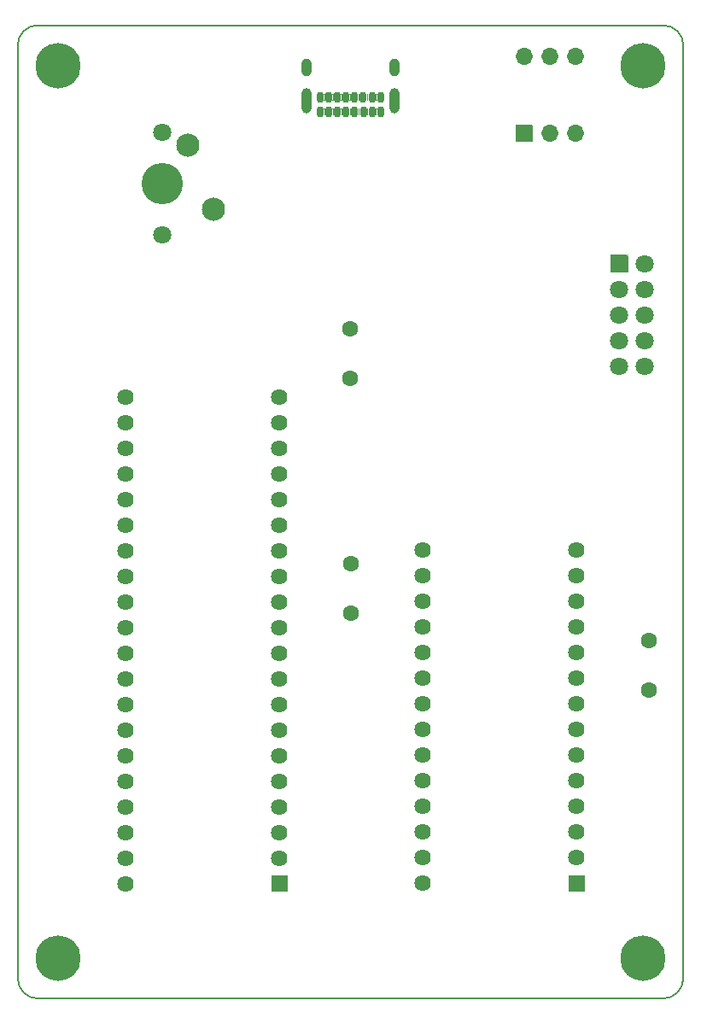
<source format=gbr>
%TF.GenerationSoftware,KiCad,Pcbnew,5.1.10-88a1d61d58~88~ubuntu21.04.1*%
%TF.CreationDate,2021-07-07T15:16:44+02:00*%
%TF.ProjectId,USBaspDualZif,55534261-7370-4447-9561-6c5a69662e6b,V1.0*%
%TF.SameCoordinates,Original*%
%TF.FileFunction,Soldermask,Bot*%
%TF.FilePolarity,Negative*%
%FSLAX46Y46*%
G04 Gerber Fmt 4.6, Leading zero omitted, Abs format (unit mm)*
G04 Created by KiCad (PCBNEW 5.1.10-88a1d61d58~88~ubuntu21.04.1) date 2021-07-07 15:16:44*
%MOMM*%
%LPD*%
G01*
G04 APERTURE LIST*
%TA.AperFunction,Profile*%
%ADD10C,0.200000*%
%TD*%
%ADD11O,0.752000X1.102000*%
%ADD12O,1.002000X2.502000*%
%ADD13O,1.002000X1.802000*%
%ADD14C,2.302000*%
%ADD15C,4.102000*%
%ADD16C,1.802000*%
%ADD17C,1.602000*%
%ADD18C,1.626000*%
%ADD19O,1.702000X1.702000*%
%ADD20C,4.502000*%
%ADD21C,0.150000*%
G04 APERTURE END LIST*
D10*
X48821500Y-58418500D02*
G75*
G03*
X46821500Y-60418500I0J-2000000D01*
G01*
X46821500Y-152917500D02*
G75*
G03*
X48821500Y-154917500I2000000J0D01*
G01*
X110823500Y-154916000D02*
G75*
G03*
X112823500Y-152916000I0J2000000D01*
G01*
X112823500Y-60420000D02*
G75*
G03*
X110823500Y-58420000I-2000000J0D01*
G01*
X46821500Y-152917500D02*
X46821500Y-60418500D01*
X110823500Y-154916000D02*
X48821500Y-154917500D01*
X112823500Y-60420000D02*
X112823500Y-152916000D01*
X48821500Y-58418500D02*
X110823500Y-58420000D01*
X48821500Y-58418500D02*
G75*
G03*
X46821500Y-60418500I0J-2000000D01*
G01*
X46821500Y-152917500D02*
G75*
G03*
X48821500Y-154917500I2000000J0D01*
G01*
X110823500Y-154916000D02*
G75*
G03*
X112823500Y-152916000I0J2000000D01*
G01*
X112823500Y-60420000D02*
G75*
G03*
X110823500Y-58420000I-2000000J0D01*
G01*
X46821500Y-152917500D02*
X46821500Y-60418500D01*
X110823500Y-154916000D02*
X48821500Y-154917500D01*
X112823500Y-60420000D02*
X112823500Y-152916000D01*
X48821500Y-58418500D02*
X110823500Y-58420000D01*
D11*
X81094500Y-66996500D03*
X82794500Y-66996500D03*
X81944500Y-66996500D03*
X80244500Y-66996500D03*
X79394500Y-66996500D03*
X78544500Y-66996500D03*
X77694500Y-66996500D03*
X76844500Y-66996500D03*
X82794500Y-65544500D03*
X81939500Y-65544500D03*
X81089500Y-65544500D03*
X80239500Y-65544500D03*
X79389500Y-65544500D03*
X78539500Y-65544500D03*
X77689500Y-65544500D03*
X76839500Y-65544500D03*
D12*
X84144500Y-65953000D03*
X75494500Y-65953000D03*
D13*
X84144500Y-62573000D03*
X75494500Y-62573000D03*
D14*
X66205100Y-76644500D03*
X63665100Y-70294500D03*
D15*
X61125100Y-74104500D03*
D16*
X61125100Y-69024500D03*
X61125100Y-79184500D03*
D17*
X109385100Y-124310800D03*
X109385100Y-119430800D03*
X79883000Y-116703500D03*
X79883000Y-111823500D03*
X79819500Y-93399000D03*
X79819500Y-88519000D03*
D18*
X86995000Y-143505000D03*
X86995000Y-140965000D03*
X86995000Y-138425000D03*
X86995000Y-135885000D03*
X86995000Y-133345000D03*
X86995000Y-130805000D03*
X86995000Y-128265000D03*
X86995000Y-125725000D03*
X86995000Y-123185000D03*
X86995000Y-120645000D03*
X86995000Y-118105000D03*
X86995000Y-115565000D03*
X86995000Y-113025000D03*
X86995000Y-110485000D03*
X102235000Y-110485000D03*
X102235000Y-113025000D03*
X102235000Y-115565000D03*
X102235000Y-118105000D03*
X102235000Y-120645000D03*
X102235000Y-123185000D03*
X102235000Y-125725000D03*
X102235000Y-128265000D03*
X102235000Y-130805000D03*
X102235000Y-133345000D03*
X102235000Y-135885000D03*
X102235000Y-138425000D03*
X102235000Y-140965000D03*
G36*
G01*
X102997000Y-144318000D02*
X101473000Y-144318000D01*
G75*
G02*
X101422000Y-144267000I0J51000D01*
G01*
X101422000Y-142743000D01*
G75*
G02*
X101473000Y-142692000I51000J0D01*
G01*
X102997000Y-142692000D01*
G75*
G02*
X103048000Y-142743000I0J-51000D01*
G01*
X103048000Y-144267000D01*
G75*
G02*
X102997000Y-144318000I-51000J0D01*
G01*
G37*
D16*
X109029500Y-92202000D03*
X109029500Y-89662000D03*
X109029500Y-87122000D03*
X109029500Y-84582000D03*
X109029500Y-82042000D03*
X106489500Y-92202000D03*
X106489500Y-89662000D03*
X106489500Y-87122000D03*
X106489500Y-84582000D03*
G36*
G01*
X105588500Y-82678000D02*
X105588500Y-81406000D01*
G75*
G02*
X105853500Y-81141000I265000J0D01*
G01*
X107125500Y-81141000D01*
G75*
G02*
X107390500Y-81406000I0J-265000D01*
G01*
X107390500Y-82678000D01*
G75*
G02*
X107125500Y-82943000I-265000J0D01*
G01*
X105853500Y-82943000D01*
G75*
G02*
X105588500Y-82678000I0J265000D01*
G01*
G37*
D19*
X97028000Y-61531500D03*
X102108000Y-69151500D03*
X99568000Y-61531500D03*
X99568000Y-69151500D03*
X102108000Y-61531500D03*
G36*
G01*
X97828000Y-70002500D02*
X96228000Y-70002500D01*
G75*
G02*
X96177000Y-69951500I0J51000D01*
G01*
X96177000Y-68351500D01*
G75*
G02*
X96228000Y-68300500I51000J0D01*
G01*
X97828000Y-68300500D01*
G75*
G02*
X97879000Y-68351500I0J-51000D01*
G01*
X97879000Y-69951500D01*
G75*
G02*
X97828000Y-70002500I-51000J0D01*
G01*
G37*
D20*
X108826000Y-150923500D03*
X50826000Y-150923500D03*
X108826000Y-62423500D03*
X50826000Y-62423500D03*
D18*
X57531000Y-143510000D03*
X57531000Y-140970000D03*
X57531000Y-138430000D03*
X57531000Y-135890000D03*
X57531000Y-133350000D03*
X57531000Y-130810000D03*
X57531000Y-128270000D03*
X57531000Y-125730000D03*
X57531000Y-123190000D03*
X57531000Y-120650000D03*
X57531000Y-118110000D03*
X57531000Y-115570000D03*
X57531000Y-113030000D03*
X57531000Y-110490000D03*
X57531000Y-107950000D03*
X57531000Y-105410000D03*
X57531000Y-102870000D03*
X57531000Y-100330000D03*
X57531000Y-97790000D03*
X57531000Y-95250000D03*
X72771000Y-95250000D03*
X72771000Y-97790000D03*
X72771000Y-100330000D03*
X72771000Y-102870000D03*
X72771000Y-105410000D03*
X72771000Y-107950000D03*
X72771000Y-110490000D03*
X72771000Y-113030000D03*
X72771000Y-115570000D03*
X72771000Y-118110000D03*
X72771000Y-120650000D03*
X72771000Y-123190000D03*
X72771000Y-125730000D03*
X72771000Y-128270000D03*
X72771000Y-130810000D03*
X72771000Y-133350000D03*
X72771000Y-135890000D03*
X72771000Y-138430000D03*
X72771000Y-140970000D03*
G36*
G01*
X73533000Y-144323000D02*
X72009000Y-144323000D01*
G75*
G02*
X71958000Y-144272000I0J51000D01*
G01*
X71958000Y-142748000D01*
G75*
G02*
X72009000Y-142697000I51000J0D01*
G01*
X73533000Y-142697000D01*
G75*
G02*
X73584000Y-142748000I0J-51000D01*
G01*
X73584000Y-144272000D01*
G75*
G02*
X73533000Y-144323000I-51000J0D01*
G01*
G37*
D21*
G36*
X107391665Y-82676374D02*
G01*
X107392500Y-82678000D01*
X107392500Y-82760097D01*
X107392490Y-82760293D01*
X107388501Y-82800796D01*
X107388425Y-82801181D01*
X107378399Y-82834233D01*
X107378249Y-82834595D01*
X107361972Y-82865046D01*
X107361754Y-82865372D01*
X107339845Y-82892068D01*
X107339568Y-82892345D01*
X107312872Y-82914254D01*
X107312546Y-82914472D01*
X107282095Y-82930749D01*
X107281733Y-82930899D01*
X107248681Y-82940925D01*
X107248296Y-82941001D01*
X107207793Y-82944990D01*
X107207597Y-82945000D01*
X107125500Y-82945000D01*
X107123768Y-82944000D01*
X107123768Y-82942000D01*
X107125304Y-82941010D01*
X107176804Y-82935938D01*
X107226142Y-82920971D01*
X107271610Y-82896668D01*
X107311462Y-82863962D01*
X107344168Y-82824110D01*
X107368471Y-82778642D01*
X107383438Y-82729304D01*
X107388510Y-82677804D01*
X107389675Y-82676178D01*
X107391665Y-82676374D01*
G37*
G36*
X105590490Y-82677804D02*
G01*
X105595562Y-82729304D01*
X105610529Y-82778642D01*
X105634832Y-82824110D01*
X105667538Y-82863962D01*
X105707390Y-82896668D01*
X105752858Y-82920971D01*
X105802196Y-82935938D01*
X105853696Y-82941010D01*
X105855322Y-82942175D01*
X105855126Y-82944165D01*
X105853500Y-82945000D01*
X105771403Y-82945000D01*
X105771207Y-82944990D01*
X105730704Y-82941001D01*
X105730319Y-82940925D01*
X105697267Y-82930899D01*
X105696905Y-82930749D01*
X105666454Y-82914472D01*
X105666128Y-82914254D01*
X105639432Y-82892345D01*
X105639155Y-82892068D01*
X105617246Y-82865372D01*
X105617028Y-82865046D01*
X105600751Y-82834595D01*
X105600601Y-82834233D01*
X105590575Y-82801181D01*
X105590499Y-82800796D01*
X105586510Y-82760293D01*
X105586500Y-82760097D01*
X105586500Y-82678000D01*
X105587500Y-82676268D01*
X105589500Y-82676268D01*
X105590490Y-82677804D01*
G37*
G36*
X105855232Y-81140000D02*
G01*
X105855232Y-81142000D01*
X105853696Y-81142990D01*
X105802196Y-81148062D01*
X105752858Y-81163029D01*
X105707390Y-81187332D01*
X105667538Y-81220038D01*
X105634832Y-81259890D01*
X105610529Y-81305358D01*
X105595562Y-81354696D01*
X105590490Y-81406196D01*
X105589325Y-81407822D01*
X105587335Y-81407626D01*
X105586500Y-81406000D01*
X105586500Y-81323903D01*
X105586510Y-81323707D01*
X105590499Y-81283204D01*
X105590575Y-81282819D01*
X105600601Y-81249767D01*
X105600751Y-81249405D01*
X105617028Y-81218954D01*
X105617246Y-81218628D01*
X105639155Y-81191932D01*
X105639432Y-81191655D01*
X105666128Y-81169746D01*
X105666454Y-81169528D01*
X105696905Y-81153251D01*
X105697267Y-81153101D01*
X105730319Y-81143075D01*
X105730704Y-81142999D01*
X105771207Y-81139010D01*
X105771403Y-81139000D01*
X105853500Y-81139000D01*
X105855232Y-81140000D01*
G37*
G36*
X107207793Y-81139010D02*
G01*
X107248296Y-81142999D01*
X107248681Y-81143075D01*
X107281733Y-81153101D01*
X107282095Y-81153251D01*
X107312546Y-81169528D01*
X107312872Y-81169746D01*
X107339568Y-81191655D01*
X107339845Y-81191932D01*
X107361754Y-81218628D01*
X107361972Y-81218954D01*
X107378249Y-81249405D01*
X107378399Y-81249767D01*
X107388425Y-81282819D01*
X107388501Y-81283204D01*
X107392490Y-81323707D01*
X107392500Y-81323903D01*
X107392500Y-81406000D01*
X107391500Y-81407732D01*
X107389500Y-81407732D01*
X107388510Y-81406196D01*
X107383438Y-81354696D01*
X107368471Y-81305358D01*
X107344168Y-81259890D01*
X107311462Y-81220038D01*
X107271610Y-81187332D01*
X107226142Y-81163029D01*
X107176804Y-81148062D01*
X107125304Y-81142990D01*
X107123678Y-81141825D01*
X107123874Y-81139835D01*
X107125500Y-81139000D01*
X107207597Y-81139000D01*
X107207793Y-81139010D01*
G37*
G36*
X81414338Y-66621863D02*
G01*
X81424433Y-66636970D01*
X81441481Y-66654016D01*
X81461529Y-66667410D01*
X81483803Y-66676635D01*
X81507453Y-66681339D01*
X81531559Y-66681338D01*
X81555209Y-66676632D01*
X81577483Y-66667405D01*
X81597530Y-66654009D01*
X81614576Y-66636961D01*
X81624661Y-66621867D01*
X81626455Y-66620982D01*
X81628118Y-66622093D01*
X81628088Y-66623921D01*
X81598979Y-66678380D01*
X81577695Y-66748541D01*
X81570500Y-66821594D01*
X81570500Y-67171406D01*
X81577695Y-67244458D01*
X81598978Y-67314619D01*
X81628088Y-67369080D01*
X81628022Y-67371079D01*
X81626259Y-67372022D01*
X81624661Y-67371134D01*
X81614572Y-67356035D01*
X81597525Y-67338988D01*
X81577478Y-67325593D01*
X81555204Y-67316367D01*
X81531554Y-67311662D01*
X81507448Y-67311662D01*
X81483797Y-67316366D01*
X81461524Y-67325592D01*
X81441476Y-67338987D01*
X81424429Y-67356034D01*
X81414339Y-67371134D01*
X81412545Y-67372019D01*
X81410882Y-67370908D01*
X81410912Y-67369080D01*
X81440022Y-67314620D01*
X81461305Y-67244459D01*
X81468500Y-67171406D01*
X81468500Y-66821594D01*
X81461305Y-66748541D01*
X81440022Y-66678380D01*
X81410911Y-66623917D01*
X81410977Y-66621918D01*
X81412740Y-66620975D01*
X81414338Y-66621863D01*
G37*
G36*
X82264338Y-66621863D02*
G01*
X82274433Y-66636970D01*
X82291481Y-66654016D01*
X82311529Y-66667410D01*
X82333803Y-66676635D01*
X82357453Y-66681339D01*
X82381559Y-66681338D01*
X82405209Y-66676632D01*
X82427483Y-66667405D01*
X82447530Y-66654009D01*
X82464576Y-66636961D01*
X82474661Y-66621867D01*
X82476455Y-66620982D01*
X82478118Y-66622093D01*
X82478088Y-66623921D01*
X82448979Y-66678380D01*
X82427695Y-66748541D01*
X82420500Y-66821594D01*
X82420500Y-67171406D01*
X82427695Y-67244458D01*
X82448978Y-67314619D01*
X82478088Y-67369080D01*
X82478022Y-67371079D01*
X82476259Y-67372022D01*
X82474661Y-67371134D01*
X82464572Y-67356035D01*
X82447525Y-67338988D01*
X82427478Y-67325593D01*
X82405204Y-67316367D01*
X82381554Y-67311662D01*
X82357448Y-67311662D01*
X82333797Y-67316366D01*
X82311524Y-67325592D01*
X82291476Y-67338987D01*
X82274429Y-67356034D01*
X82264339Y-67371134D01*
X82262545Y-67372019D01*
X82260882Y-67370908D01*
X82260912Y-67369080D01*
X82290022Y-67314620D01*
X82311305Y-67244459D01*
X82318500Y-67171406D01*
X82318500Y-66821594D01*
X82311305Y-66748541D01*
X82290022Y-66678380D01*
X82260911Y-66623917D01*
X82260977Y-66621918D01*
X82262740Y-66620975D01*
X82264338Y-66621863D01*
G37*
G36*
X78864338Y-66621863D02*
G01*
X78874433Y-66636970D01*
X78891481Y-66654016D01*
X78911529Y-66667410D01*
X78933803Y-66676635D01*
X78957453Y-66681339D01*
X78981559Y-66681338D01*
X79005209Y-66676632D01*
X79027483Y-66667405D01*
X79047530Y-66654009D01*
X79064576Y-66636961D01*
X79074661Y-66621867D01*
X79076455Y-66620982D01*
X79078118Y-66622093D01*
X79078088Y-66623921D01*
X79048979Y-66678380D01*
X79027695Y-66748541D01*
X79020500Y-66821594D01*
X79020500Y-67171406D01*
X79027695Y-67244458D01*
X79048978Y-67314619D01*
X79078088Y-67369080D01*
X79078022Y-67371079D01*
X79076259Y-67372022D01*
X79074661Y-67371134D01*
X79064572Y-67356035D01*
X79047525Y-67338988D01*
X79027478Y-67325593D01*
X79005204Y-67316367D01*
X78981554Y-67311662D01*
X78957448Y-67311662D01*
X78933797Y-67316366D01*
X78911524Y-67325592D01*
X78891476Y-67338987D01*
X78874429Y-67356034D01*
X78864339Y-67371134D01*
X78862545Y-67372019D01*
X78860882Y-67370908D01*
X78860912Y-67369080D01*
X78890022Y-67314620D01*
X78911305Y-67244459D01*
X78918500Y-67171406D01*
X78918500Y-66821594D01*
X78911305Y-66748541D01*
X78890022Y-66678380D01*
X78860911Y-66623917D01*
X78860977Y-66621918D01*
X78862740Y-66620975D01*
X78864338Y-66621863D01*
G37*
G36*
X78014338Y-66621863D02*
G01*
X78024433Y-66636970D01*
X78041481Y-66654016D01*
X78061529Y-66667410D01*
X78083803Y-66676635D01*
X78107453Y-66681339D01*
X78131559Y-66681338D01*
X78155209Y-66676632D01*
X78177483Y-66667405D01*
X78197530Y-66654009D01*
X78214576Y-66636961D01*
X78224661Y-66621867D01*
X78226455Y-66620982D01*
X78228118Y-66622093D01*
X78228088Y-66623921D01*
X78198979Y-66678380D01*
X78177695Y-66748541D01*
X78170500Y-66821594D01*
X78170500Y-67171406D01*
X78177695Y-67244458D01*
X78198978Y-67314619D01*
X78228088Y-67369080D01*
X78228022Y-67371079D01*
X78226259Y-67372022D01*
X78224661Y-67371134D01*
X78214572Y-67356035D01*
X78197525Y-67338988D01*
X78177478Y-67325593D01*
X78155204Y-67316367D01*
X78131554Y-67311662D01*
X78107448Y-67311662D01*
X78083797Y-67316366D01*
X78061524Y-67325592D01*
X78041476Y-67338987D01*
X78024429Y-67356034D01*
X78014339Y-67371134D01*
X78012545Y-67372019D01*
X78010882Y-67370908D01*
X78010912Y-67369080D01*
X78040022Y-67314620D01*
X78061305Y-67244459D01*
X78068500Y-67171406D01*
X78068500Y-66821594D01*
X78061305Y-66748541D01*
X78040022Y-66678380D01*
X78010911Y-66623917D01*
X78010977Y-66621918D01*
X78012740Y-66620975D01*
X78014338Y-66621863D01*
G37*
G36*
X77164338Y-66621863D02*
G01*
X77174433Y-66636970D01*
X77191481Y-66654016D01*
X77211529Y-66667410D01*
X77233803Y-66676635D01*
X77257453Y-66681339D01*
X77281559Y-66681338D01*
X77305209Y-66676632D01*
X77327483Y-66667405D01*
X77347530Y-66654009D01*
X77364576Y-66636961D01*
X77374661Y-66621867D01*
X77376455Y-66620982D01*
X77378118Y-66622093D01*
X77378088Y-66623921D01*
X77348979Y-66678380D01*
X77327695Y-66748541D01*
X77320500Y-66821594D01*
X77320500Y-67171406D01*
X77327695Y-67244458D01*
X77348978Y-67314619D01*
X77378088Y-67369080D01*
X77378022Y-67371079D01*
X77376259Y-67372022D01*
X77374661Y-67371134D01*
X77364572Y-67356035D01*
X77347525Y-67338988D01*
X77327478Y-67325593D01*
X77305204Y-67316367D01*
X77281554Y-67311662D01*
X77257448Y-67311662D01*
X77233797Y-67316366D01*
X77211524Y-67325592D01*
X77191476Y-67338987D01*
X77174429Y-67356034D01*
X77164339Y-67371134D01*
X77162545Y-67372019D01*
X77160882Y-67370908D01*
X77160912Y-67369080D01*
X77190022Y-67314620D01*
X77211305Y-67244459D01*
X77218500Y-67171406D01*
X77218500Y-66821594D01*
X77211305Y-66748541D01*
X77190022Y-66678380D01*
X77160911Y-66623917D01*
X77160977Y-66621918D01*
X77162740Y-66620975D01*
X77164338Y-66621863D01*
G37*
G36*
X79714338Y-66621863D02*
G01*
X79724433Y-66636970D01*
X79741481Y-66654016D01*
X79761529Y-66667410D01*
X79783803Y-66676635D01*
X79807453Y-66681339D01*
X79831559Y-66681338D01*
X79855209Y-66676632D01*
X79877483Y-66667405D01*
X79897530Y-66654009D01*
X79914576Y-66636961D01*
X79924661Y-66621867D01*
X79926455Y-66620982D01*
X79928118Y-66622093D01*
X79928088Y-66623921D01*
X79898979Y-66678380D01*
X79877695Y-66748541D01*
X79870500Y-66821594D01*
X79870500Y-67171406D01*
X79877695Y-67244458D01*
X79898978Y-67314619D01*
X79928088Y-67369080D01*
X79928022Y-67371079D01*
X79926259Y-67372022D01*
X79924661Y-67371134D01*
X79914572Y-67356035D01*
X79897525Y-67338988D01*
X79877478Y-67325593D01*
X79855204Y-67316367D01*
X79831554Y-67311662D01*
X79807448Y-67311662D01*
X79783797Y-67316366D01*
X79761524Y-67325592D01*
X79741476Y-67338987D01*
X79724429Y-67356034D01*
X79714339Y-67371134D01*
X79712545Y-67372019D01*
X79710882Y-67370908D01*
X79710912Y-67369080D01*
X79740022Y-67314620D01*
X79761305Y-67244459D01*
X79768500Y-67171406D01*
X79768500Y-66821594D01*
X79761305Y-66748541D01*
X79740022Y-66678380D01*
X79710911Y-66623917D01*
X79710977Y-66621918D01*
X79712740Y-66620975D01*
X79714338Y-66621863D01*
G37*
G36*
X80564338Y-66621863D02*
G01*
X80574433Y-66636970D01*
X80591481Y-66654016D01*
X80611529Y-66667410D01*
X80633803Y-66676635D01*
X80657453Y-66681339D01*
X80681559Y-66681338D01*
X80705209Y-66676632D01*
X80727483Y-66667405D01*
X80747530Y-66654009D01*
X80764576Y-66636961D01*
X80774661Y-66621867D01*
X80776455Y-66620982D01*
X80778118Y-66622093D01*
X80778088Y-66623921D01*
X80748979Y-66678380D01*
X80727695Y-66748541D01*
X80720500Y-66821594D01*
X80720500Y-67171406D01*
X80727695Y-67244458D01*
X80748978Y-67314619D01*
X80778088Y-67369080D01*
X80778022Y-67371079D01*
X80776259Y-67372022D01*
X80774661Y-67371134D01*
X80764572Y-67356035D01*
X80747525Y-67338988D01*
X80727478Y-67325593D01*
X80705204Y-67316367D01*
X80681554Y-67311662D01*
X80657448Y-67311662D01*
X80633797Y-67316366D01*
X80611524Y-67325592D01*
X80591476Y-67338987D01*
X80574429Y-67356034D01*
X80564339Y-67371134D01*
X80562545Y-67372019D01*
X80560882Y-67370908D01*
X80560912Y-67369080D01*
X80590022Y-67314620D01*
X80611305Y-67244459D01*
X80618500Y-67171406D01*
X80618500Y-66821594D01*
X80611305Y-66748541D01*
X80590022Y-66678380D01*
X80560911Y-66623917D01*
X80560977Y-66621918D01*
X80562740Y-66620975D01*
X80564338Y-66621863D01*
G37*
G36*
X81409338Y-65169863D02*
G01*
X81419433Y-65184970D01*
X81436481Y-65202016D01*
X81456529Y-65215410D01*
X81478803Y-65224635D01*
X81502453Y-65229339D01*
X81526559Y-65229338D01*
X81550209Y-65224632D01*
X81572483Y-65215405D01*
X81592530Y-65202009D01*
X81609576Y-65184961D01*
X81619661Y-65169867D01*
X81621455Y-65168982D01*
X81623118Y-65170093D01*
X81623088Y-65171921D01*
X81593979Y-65226380D01*
X81572695Y-65296541D01*
X81565500Y-65369594D01*
X81565500Y-65719406D01*
X81572695Y-65792458D01*
X81593978Y-65862619D01*
X81623088Y-65917080D01*
X81623022Y-65919079D01*
X81621259Y-65920022D01*
X81619661Y-65919134D01*
X81609572Y-65904035D01*
X81592525Y-65886988D01*
X81572478Y-65873593D01*
X81550204Y-65864367D01*
X81526554Y-65859662D01*
X81502448Y-65859662D01*
X81478797Y-65864366D01*
X81456524Y-65873592D01*
X81436476Y-65886987D01*
X81419429Y-65904034D01*
X81409339Y-65919134D01*
X81407545Y-65920019D01*
X81405882Y-65918908D01*
X81405912Y-65917080D01*
X81435022Y-65862620D01*
X81456305Y-65792459D01*
X81463500Y-65719406D01*
X81463500Y-65369594D01*
X81456305Y-65296541D01*
X81435022Y-65226380D01*
X81405911Y-65171917D01*
X81405977Y-65169918D01*
X81407740Y-65168975D01*
X81409338Y-65169863D01*
G37*
G36*
X80559338Y-65169863D02*
G01*
X80569433Y-65184970D01*
X80586481Y-65202016D01*
X80606529Y-65215410D01*
X80628803Y-65224635D01*
X80652453Y-65229339D01*
X80676559Y-65229338D01*
X80700209Y-65224632D01*
X80722483Y-65215405D01*
X80742530Y-65202009D01*
X80759576Y-65184961D01*
X80769661Y-65169867D01*
X80771455Y-65168982D01*
X80773118Y-65170093D01*
X80773088Y-65171921D01*
X80743979Y-65226380D01*
X80722695Y-65296541D01*
X80715500Y-65369594D01*
X80715500Y-65719406D01*
X80722695Y-65792458D01*
X80743978Y-65862619D01*
X80773088Y-65917080D01*
X80773022Y-65919079D01*
X80771259Y-65920022D01*
X80769661Y-65919134D01*
X80759572Y-65904035D01*
X80742525Y-65886988D01*
X80722478Y-65873593D01*
X80700204Y-65864367D01*
X80676554Y-65859662D01*
X80652448Y-65859662D01*
X80628797Y-65864366D01*
X80606524Y-65873592D01*
X80586476Y-65886987D01*
X80569429Y-65904034D01*
X80559339Y-65919134D01*
X80557545Y-65920019D01*
X80555882Y-65918908D01*
X80555912Y-65917080D01*
X80585022Y-65862620D01*
X80606305Y-65792459D01*
X80613500Y-65719406D01*
X80613500Y-65369594D01*
X80606305Y-65296541D01*
X80585022Y-65226380D01*
X80555911Y-65171917D01*
X80555977Y-65169918D01*
X80557740Y-65168975D01*
X80559338Y-65169863D01*
G37*
G36*
X79709338Y-65169863D02*
G01*
X79719433Y-65184970D01*
X79736481Y-65202016D01*
X79756529Y-65215410D01*
X79778803Y-65224635D01*
X79802453Y-65229339D01*
X79826559Y-65229338D01*
X79850209Y-65224632D01*
X79872483Y-65215405D01*
X79892530Y-65202009D01*
X79909576Y-65184961D01*
X79919661Y-65169867D01*
X79921455Y-65168982D01*
X79923118Y-65170093D01*
X79923088Y-65171921D01*
X79893979Y-65226380D01*
X79872695Y-65296541D01*
X79865500Y-65369594D01*
X79865500Y-65719406D01*
X79872695Y-65792458D01*
X79893978Y-65862619D01*
X79923088Y-65917080D01*
X79923022Y-65919079D01*
X79921259Y-65920022D01*
X79919661Y-65919134D01*
X79909572Y-65904035D01*
X79892525Y-65886988D01*
X79872478Y-65873593D01*
X79850204Y-65864367D01*
X79826554Y-65859662D01*
X79802448Y-65859662D01*
X79778797Y-65864366D01*
X79756524Y-65873592D01*
X79736476Y-65886987D01*
X79719429Y-65904034D01*
X79709339Y-65919134D01*
X79707545Y-65920019D01*
X79705882Y-65918908D01*
X79705912Y-65917080D01*
X79735022Y-65862620D01*
X79756305Y-65792459D01*
X79763500Y-65719406D01*
X79763500Y-65369594D01*
X79756305Y-65296541D01*
X79735022Y-65226380D01*
X79705911Y-65171917D01*
X79705977Y-65169918D01*
X79707740Y-65168975D01*
X79709338Y-65169863D01*
G37*
G36*
X78859338Y-65169863D02*
G01*
X78869433Y-65184970D01*
X78886481Y-65202016D01*
X78906529Y-65215410D01*
X78928803Y-65224635D01*
X78952453Y-65229339D01*
X78976559Y-65229338D01*
X79000209Y-65224632D01*
X79022483Y-65215405D01*
X79042530Y-65202009D01*
X79059576Y-65184961D01*
X79069661Y-65169867D01*
X79071455Y-65168982D01*
X79073118Y-65170093D01*
X79073088Y-65171921D01*
X79043979Y-65226380D01*
X79022695Y-65296541D01*
X79015500Y-65369594D01*
X79015500Y-65719406D01*
X79022695Y-65792458D01*
X79043978Y-65862619D01*
X79073088Y-65917080D01*
X79073022Y-65919079D01*
X79071259Y-65920022D01*
X79069661Y-65919134D01*
X79059572Y-65904035D01*
X79042525Y-65886988D01*
X79022478Y-65873593D01*
X79000204Y-65864367D01*
X78976554Y-65859662D01*
X78952448Y-65859662D01*
X78928797Y-65864366D01*
X78906524Y-65873592D01*
X78886476Y-65886987D01*
X78869429Y-65904034D01*
X78859339Y-65919134D01*
X78857545Y-65920019D01*
X78855882Y-65918908D01*
X78855912Y-65917080D01*
X78885022Y-65862620D01*
X78906305Y-65792459D01*
X78913500Y-65719406D01*
X78913500Y-65369594D01*
X78906305Y-65296541D01*
X78885022Y-65226380D01*
X78855911Y-65171917D01*
X78855977Y-65169918D01*
X78857740Y-65168975D01*
X78859338Y-65169863D01*
G37*
G36*
X78009338Y-65169863D02*
G01*
X78019433Y-65184970D01*
X78036481Y-65202016D01*
X78056529Y-65215410D01*
X78078803Y-65224635D01*
X78102453Y-65229339D01*
X78126559Y-65229338D01*
X78150209Y-65224632D01*
X78172483Y-65215405D01*
X78192530Y-65202009D01*
X78209576Y-65184961D01*
X78219661Y-65169867D01*
X78221455Y-65168982D01*
X78223118Y-65170093D01*
X78223088Y-65171921D01*
X78193979Y-65226380D01*
X78172695Y-65296541D01*
X78165500Y-65369594D01*
X78165500Y-65719406D01*
X78172695Y-65792458D01*
X78193978Y-65862619D01*
X78223088Y-65917080D01*
X78223022Y-65919079D01*
X78221259Y-65920022D01*
X78219661Y-65919134D01*
X78209572Y-65904035D01*
X78192525Y-65886988D01*
X78172478Y-65873593D01*
X78150204Y-65864367D01*
X78126554Y-65859662D01*
X78102448Y-65859662D01*
X78078797Y-65864366D01*
X78056524Y-65873592D01*
X78036476Y-65886987D01*
X78019429Y-65904034D01*
X78009339Y-65919134D01*
X78007545Y-65920019D01*
X78005882Y-65918908D01*
X78005912Y-65917080D01*
X78035022Y-65862620D01*
X78056305Y-65792459D01*
X78063500Y-65719406D01*
X78063500Y-65369594D01*
X78056305Y-65296541D01*
X78035022Y-65226380D01*
X78005911Y-65171917D01*
X78005977Y-65169918D01*
X78007740Y-65168975D01*
X78009338Y-65169863D01*
G37*
G36*
X77159338Y-65169863D02*
G01*
X77169433Y-65184970D01*
X77186481Y-65202016D01*
X77206529Y-65215410D01*
X77228803Y-65224635D01*
X77252453Y-65229339D01*
X77276559Y-65229338D01*
X77300209Y-65224632D01*
X77322483Y-65215405D01*
X77342530Y-65202009D01*
X77359576Y-65184961D01*
X77369661Y-65169867D01*
X77371455Y-65168982D01*
X77373118Y-65170093D01*
X77373088Y-65171921D01*
X77343979Y-65226380D01*
X77322695Y-65296541D01*
X77315500Y-65369594D01*
X77315500Y-65719406D01*
X77322695Y-65792458D01*
X77343978Y-65862619D01*
X77373088Y-65917080D01*
X77373022Y-65919079D01*
X77371259Y-65920022D01*
X77369661Y-65919134D01*
X77359572Y-65904035D01*
X77342525Y-65886988D01*
X77322478Y-65873593D01*
X77300204Y-65864367D01*
X77276554Y-65859662D01*
X77252448Y-65859662D01*
X77228797Y-65864366D01*
X77206524Y-65873592D01*
X77186476Y-65886987D01*
X77169429Y-65904034D01*
X77159339Y-65919134D01*
X77157545Y-65920019D01*
X77155882Y-65918908D01*
X77155912Y-65917080D01*
X77185022Y-65862620D01*
X77206305Y-65792459D01*
X77213500Y-65719406D01*
X77213500Y-65369594D01*
X77206305Y-65296541D01*
X77185022Y-65226380D01*
X77155911Y-65171917D01*
X77155977Y-65169918D01*
X77157740Y-65168975D01*
X77159338Y-65169863D01*
G37*
G36*
X82261837Y-65174539D02*
G01*
X82271931Y-65189645D01*
X82288978Y-65206692D01*
X82309026Y-65220086D01*
X82331300Y-65229312D01*
X82354950Y-65234016D01*
X82379056Y-65234016D01*
X82402706Y-65229311D01*
X82424980Y-65220084D01*
X82445027Y-65206689D01*
X82462074Y-65189642D01*
X82472158Y-65174550D01*
X82473952Y-65173665D01*
X82475615Y-65174776D01*
X82475585Y-65176604D01*
X82448979Y-65226380D01*
X82427695Y-65296541D01*
X82420500Y-65369594D01*
X82420500Y-65719406D01*
X82427695Y-65792458D01*
X82448978Y-65862619D01*
X82475589Y-65912406D01*
X82475523Y-65914405D01*
X82473760Y-65915348D01*
X82472162Y-65914460D01*
X82462072Y-65899358D01*
X82445025Y-65882311D01*
X82424977Y-65868916D01*
X82402703Y-65859689D01*
X82379053Y-65854985D01*
X82354947Y-65854985D01*
X82331297Y-65859689D01*
X82309023Y-65868916D01*
X82288976Y-65882310D01*
X82271929Y-65899357D01*
X82261838Y-65914460D01*
X82260044Y-65915345D01*
X82258381Y-65914234D01*
X82258411Y-65912406D01*
X82285022Y-65862620D01*
X82306305Y-65792459D01*
X82313500Y-65719406D01*
X82313500Y-65369594D01*
X82306305Y-65296541D01*
X82285022Y-65226380D01*
X82258410Y-65176593D01*
X82258476Y-65174594D01*
X82260239Y-65173651D01*
X82261837Y-65174539D01*
G37*
M02*

</source>
